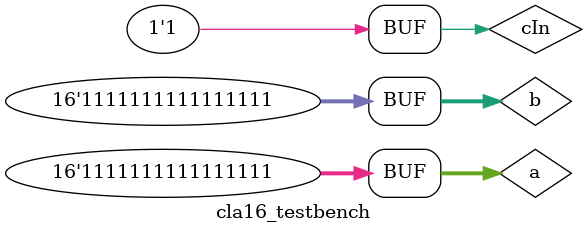
<source format=sv>
`timescale 1ns/10ps

module cla16 (
   output logic [15:0] s,
   output logic        cOut,
   output logic        pg,
   output logic        gg,
   input  logic [15:0] a,
   input  logic [15:0] b,
   input  logic        cIn
);

   logic [3:0] p, g, c;
   assign c[0] = cIn;

   genvar i;
   generate
      for (i = 0; i < 4; i++) begin : adders
         cla4 adder (
            .s(s[(4*i+3):(4*i)]),
            .cOut(),
            .pg(p[i]),
            .gg(g[i]),
            .a(a[(4*i+3):(4*i)]),
            .b(b[(4*i+3):(4*i)]),
            .cIn(c[i])
         );
      end
   endgenerate

   lcu u (.pg, .gg, .cOut, .c(c[3:1]), .p, .g, .cIn);
endmodule

module cla16_testbench ();
   logic [15:0] s;
   logic        cOut, pg, gg;
   logic [15:0] a, b;
   logic        cIn;

   cla16 dut (.s, .cOut, .pg, .gg, .a, .b, .cIn);

   initial begin
      cIn = 1'b0;
      a = 16'h0001; b = 16'h0001; #10; // Simple addition
      a = 16'h7FFF; b = 16'h0001; #10; // Carry to top bit
      a = 16'hFFFF; b = 16'h0001; #10; // Carry through
      a = 16'hC000; b = 16'h4CA8; #10; // Carry out
      a = 16'hCCCC; b = 16'h3334; #10; // Sum to 0
      a = 16'hFFFF; b = 16'hFFFF; #10; // Largest inputs
      
      cIn = 1'b1;
      a = 16'h0001; b = 16'h0001; #10; // Simpla addition
      a = 16'h7FFE; b = 16'h0001; #10; // Carry to top bit
      a = 16'hFFFE; b = 16'h0001; #10; // Carry through
      a = 16'hC000; b = 16'h4CA7; #10; // Carry out
      a = 16'hCCCC; b = 16'h3333; #10; // Sum to 0
      a = 16'hFFFF; b = 16'hFFFF; #10; // Largest inputs
   end
endmodule

</source>
